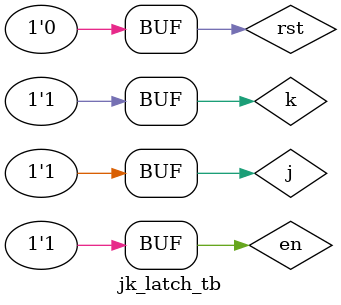
<source format=v>
module jk_latch (
    input j,
    input k,
    input en,
    input rst,
    output reg q
);
    always @(*) begin
        if(rst) begin
            q = 0;
        end
        else begin 
            if(en) begin
                if(j ==0 && k == 0) begin
                    q = q;
                end
                else if(j == 0 && k == 1) begin
                    q = 0;
                end
                else if(j == 1 && k == 0) begin
                    q = 1;
                end
                else if(j == 1 && k == 1) begin
                    q = ~q;
                end
            end
        end
    end
endmodule

module jk_latch_tb ();
    reg j,k,en,rst;
    wire q;

    jk_latch dut(j,k,en,rst,q);
    initial begin
        rst = 1; en=1; #10;
        rst = 0; en=0; j=0; k=0;#10;
        rst = 0; en=0; j=1; k=1;#10;
        rst = 0; en=1; j=0; k=0;#10;
        rst = 0; en=1; j=0; k=1;#10;
        rst = 0; en=1; j=1; k=0;#10;
        rst = 0; en=1; j=1; k=1;#10;
    end
endmodule
</source>
